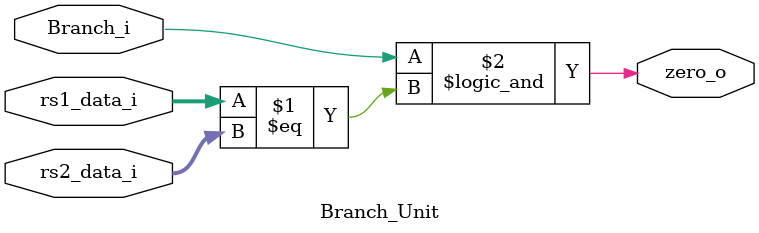
<source format=v>
module Branch_Unit(
    input Branch_i,
    input [31:0] rs1_data_i,
    input [31:0] rs2_data_i,
    output zero_o
);
assign zero_o = Branch_i && (rs1_data_i == rs2_data_i);
endmodule

</source>
